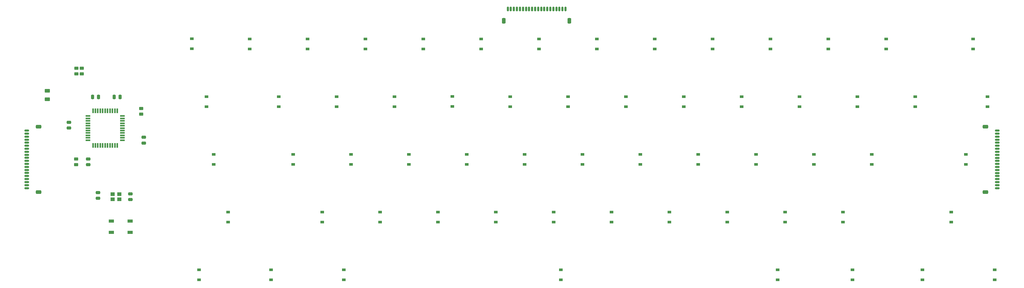
<source format=gtp>
G04 #@! TF.GenerationSoftware,KiCad,Pcbnew,(6.0.9)*
G04 #@! TF.CreationDate,2022-12-29T20:39:02-06:00*
G04 #@! TF.ProjectId,BasePCB,42617365-5043-4422-9e6b-696361645f70,rev?*
G04 #@! TF.SameCoordinates,Original*
G04 #@! TF.FileFunction,Paste,Top*
G04 #@! TF.FilePolarity,Positive*
%FSLAX46Y46*%
G04 Gerber Fmt 4.6, Leading zero omitted, Abs format (unit mm)*
G04 Created by KiCad (PCBNEW (6.0.9)) date 2022-12-29 20:39:02*
%MOMM*%
%LPD*%
G01*
G04 APERTURE LIST*
G04 Aperture macros list*
%AMRoundRect*
0 Rectangle with rounded corners*
0 $1 Rounding radius*
0 $2 $3 $4 $5 $6 $7 $8 $9 X,Y pos of 4 corners*
0 Add a 4 corners polygon primitive as box body*
4,1,4,$2,$3,$4,$5,$6,$7,$8,$9,$2,$3,0*
0 Add four circle primitives for the rounded corners*
1,1,$1+$1,$2,$3*
1,1,$1+$1,$4,$5*
1,1,$1+$1,$6,$7*
1,1,$1+$1,$8,$9*
0 Add four rect primitives between the rounded corners*
20,1,$1+$1,$2,$3,$4,$5,0*
20,1,$1+$1,$4,$5,$6,$7,0*
20,1,$1+$1,$6,$7,$8,$9,0*
20,1,$1+$1,$8,$9,$2,$3,0*%
G04 Aperture macros list end*
%ADD10RoundRect,0.250000X-0.450000X0.262500X-0.450000X-0.262500X0.450000X-0.262500X0.450000X0.262500X0*%
%ADD11RoundRect,0.250000X0.250000X0.475000X-0.250000X0.475000X-0.250000X-0.475000X0.250000X-0.475000X0*%
%ADD12R,1.200000X0.900000*%
%ADD13RoundRect,0.250000X0.450000X-0.262500X0.450000X0.262500X-0.450000X0.262500X-0.450000X-0.262500X0*%
%ADD14R,1.800000X1.100000*%
%ADD15R,1.500000X0.550000*%
%ADD16R,0.550000X1.500000*%
%ADD17RoundRect,0.250000X0.475000X-0.250000X0.475000X0.250000X-0.475000X0.250000X-0.475000X-0.250000X0*%
%ADD18R,1.400000X1.200000*%
%ADD19RoundRect,0.150000X-0.150000X-0.625000X0.150000X-0.625000X0.150000X0.625000X-0.150000X0.625000X0*%
%ADD20RoundRect,0.250000X-0.350000X-0.650000X0.350000X-0.650000X0.350000X0.650000X-0.350000X0.650000X0*%
%ADD21RoundRect,0.250000X0.625000X-0.375000X0.625000X0.375000X-0.625000X0.375000X-0.625000X-0.375000X0*%
%ADD22RoundRect,0.250000X-0.250000X-0.475000X0.250000X-0.475000X0.250000X0.475000X-0.250000X0.475000X0*%
%ADD23RoundRect,0.150000X0.625000X-0.150000X0.625000X0.150000X-0.625000X0.150000X-0.625000X-0.150000X0*%
%ADD24RoundRect,0.250000X0.650000X-0.350000X0.650000X0.350000X-0.650000X0.350000X-0.650000X-0.350000X0*%
%ADD25RoundRect,0.150000X-0.625000X0.150000X-0.625000X-0.150000X0.625000X-0.150000X0.625000X0.150000X0*%
%ADD26RoundRect,0.250000X-0.650000X0.350000X-0.650000X-0.350000X0.650000X-0.350000X0.650000X0.350000X0*%
%ADD27RoundRect,0.250000X-0.475000X0.250000X-0.475000X-0.250000X0.475000X-0.250000X0.475000X0.250000X0*%
G04 APERTURE END LIST*
D10*
X-128524000Y120546500D03*
X-128524000Y118721500D03*
D11*
X-114143750Y111125000D03*
X-116043750Y111125000D03*
D12*
X-19050000Y88837500D03*
X-19050000Y92137500D03*
D13*
X-107156250Y105450000D03*
X-107156250Y107275000D03*
D12*
X128587500Y107887500D03*
X128587500Y111187500D03*
X-52387500Y126937500D03*
X-52387500Y130237500D03*
D14*
X-110819000Y66412500D03*
X-117019000Y70112500D03*
X-110819000Y70112500D03*
X-117019000Y66412500D03*
D12*
X0Y88837500D03*
X0Y92137500D03*
X-90487500Y127000000D03*
X-90487500Y130300000D03*
D15*
X-124762500Y104806250D03*
X-124762500Y104006250D03*
X-124762500Y103206250D03*
X-124762500Y102406250D03*
X-124762500Y101606250D03*
X-124762500Y100806250D03*
X-124762500Y100006250D03*
X-124762500Y99206250D03*
X-124762500Y98406250D03*
X-124762500Y97606250D03*
X-124762500Y96806250D03*
D16*
X-123062500Y95106250D03*
X-122262500Y95106250D03*
X-121462500Y95106250D03*
X-120662500Y95106250D03*
X-119862500Y95106250D03*
X-119062500Y95106250D03*
X-118262500Y95106250D03*
X-117462500Y95106250D03*
X-116662500Y95106250D03*
X-115862500Y95106250D03*
X-115062500Y95106250D03*
D15*
X-113362500Y96806250D03*
X-113362500Y97606250D03*
X-113362500Y98406250D03*
X-113362500Y99206250D03*
X-113362500Y100006250D03*
X-113362500Y100806250D03*
X-113362500Y101606250D03*
X-113362500Y102406250D03*
X-113362500Y103206250D03*
X-113362500Y104006250D03*
X-113362500Y104806250D03*
D16*
X-115062500Y106506250D03*
X-115862500Y106506250D03*
X-116662500Y106506250D03*
X-117462500Y106506250D03*
X-118262500Y106506250D03*
X-119062500Y106506250D03*
X-119862500Y106506250D03*
X-120662500Y106506250D03*
X-121462500Y106506250D03*
X-122262500Y106506250D03*
X-123062500Y106506250D03*
D12*
X-78581250Y69787500D03*
X-78581250Y73087500D03*
X38100000Y88837500D03*
X38100000Y92137500D03*
X47625000Y69787500D03*
X47625000Y73087500D03*
X114300000Y88837500D03*
X114300000Y92137500D03*
X173831250Y50737500D03*
X173831250Y54037500D03*
D17*
X-110744000Y77216000D03*
X-110744000Y79116000D03*
D12*
X-61912500Y107887500D03*
X-61912500Y111187500D03*
X4762500Y126937500D03*
X4762500Y130237500D03*
X30956250Y50737500D03*
X30956250Y54037500D03*
X-9525000Y69787500D03*
X-9525000Y73087500D03*
D17*
X-124618750Y88743750D03*
X-124618750Y90643750D03*
D12*
X100012500Y126937500D03*
X100012500Y130237500D03*
X-33337500Y126937500D03*
X-33337500Y130237500D03*
X-64452500Y50737500D03*
X-64452500Y54037500D03*
X-23812500Y107887500D03*
X-23812500Y111187500D03*
X127000000Y50737500D03*
X127000000Y54037500D03*
X23812500Y126937500D03*
X23812500Y130237500D03*
D18*
X-116567500Y77297500D03*
X-114367500Y77297500D03*
X-114367500Y78997500D03*
X-116567500Y78997500D03*
D12*
X80962500Y126937500D03*
X80962500Y130237500D03*
X138112500Y126937500D03*
X138112500Y130237500D03*
X-71437500Y126937500D03*
X-71437500Y130237500D03*
X-38100000Y88837500D03*
X-38100000Y92137500D03*
X14287500Y107887500D03*
X14287500Y111187500D03*
D19*
X13511000Y140112500D03*
X14511000Y140112500D03*
X15511000Y140112500D03*
X16511000Y140112500D03*
X17511000Y140112500D03*
X18511000Y140112500D03*
X19511000Y140112500D03*
X20511000Y140112500D03*
X21511000Y140112500D03*
X22511000Y140112500D03*
X23511000Y140112500D03*
X24511000Y140112500D03*
X25511000Y140112500D03*
X26511000Y140112500D03*
X27511000Y140112500D03*
X28511000Y140112500D03*
X29511000Y140112500D03*
X30511000Y140112500D03*
X31511000Y140112500D03*
X32511000Y140112500D03*
D20*
X12211000Y136237500D03*
X33811000Y136237500D03*
D12*
X102393750Y50737500D03*
X102393750Y54037500D03*
X-14287500Y126937500D03*
X-14287500Y130237500D03*
X66675000Y69787500D03*
X66675000Y73087500D03*
X90487500Y107887500D03*
X90487500Y111187500D03*
X42862500Y126937500D03*
X42862500Y130237500D03*
X164306250Y88837500D03*
X164306250Y92137500D03*
D17*
X-121443750Y77631250D03*
X-121443750Y79531250D03*
D12*
X71437500Y107887500D03*
X71437500Y111187500D03*
X150018750Y50737500D03*
X150018750Y54037500D03*
X159543750Y69787500D03*
X159543750Y73087500D03*
X52387500Y107887500D03*
X52387500Y111187500D03*
D21*
X-138112500Y110331250D03*
X-138112500Y113131250D03*
D12*
X76200000Y88837500D03*
X76200000Y92137500D03*
X-88106250Y50737500D03*
X-88106250Y54037500D03*
X-47625000Y69787500D03*
X-47625000Y73087500D03*
X28575000Y69787500D03*
X28575000Y73087500D03*
X61912500Y126937500D03*
X61912500Y130237500D03*
X57150000Y88837500D03*
X57150000Y92137500D03*
X109537500Y107887500D03*
X109537500Y111187500D03*
X-85725000Y107887500D03*
X-85725000Y111187500D03*
D22*
X-123187500Y111125000D03*
X-121287500Y111125000D03*
D23*
X-144875000Y80995250D03*
X-144875000Y81995250D03*
X-144875000Y82995250D03*
X-144875000Y83995250D03*
X-144875000Y84995250D03*
X-144875000Y85995250D03*
X-144875000Y86995250D03*
X-144875000Y87995250D03*
X-144875000Y88995250D03*
X-144875000Y89995250D03*
X-144875000Y90995250D03*
X-144875000Y91995250D03*
X-144875000Y92995250D03*
X-144875000Y93995250D03*
X-144875000Y94995250D03*
X-144875000Y95995250D03*
X-144875000Y96995250D03*
X-144875000Y97995250D03*
X-144875000Y98995250D03*
X-144875000Y99995250D03*
D24*
X-141000000Y79695250D03*
X-141000000Y101295250D03*
D12*
X-40481250Y50737500D03*
X-40481250Y54037500D03*
X85725000Y69787500D03*
X85725000Y73087500D03*
X147637500Y107887500D03*
X147637500Y111187500D03*
D25*
X174656250Y99987500D03*
X174656250Y98987500D03*
X174656250Y97987500D03*
X174656250Y96987500D03*
X174656250Y95987500D03*
X174656250Y94987500D03*
X174656250Y93987500D03*
X174656250Y92987500D03*
X174656250Y91987500D03*
X174656250Y90987500D03*
X174656250Y89987500D03*
X174656250Y88987500D03*
X174656250Y87987500D03*
X174656250Y86987500D03*
X174656250Y85987500D03*
X174656250Y84987500D03*
X174656250Y83987500D03*
X174656250Y82987500D03*
X174656250Y81987500D03*
X174656250Y80987500D03*
D26*
X170781250Y79687500D03*
X170781250Y101287500D03*
D12*
X-83343750Y88837500D03*
X-83343750Y92137500D03*
X166687500Y126937500D03*
X166687500Y130237500D03*
X9525000Y69787500D03*
X9525000Y73087500D03*
X-57150000Y88837500D03*
X-57150000Y92137500D03*
D17*
X-130975000Y100825000D03*
X-130975000Y102725000D03*
D12*
X33337500Y107887500D03*
X33337500Y111187500D03*
X119062500Y126937500D03*
X119062500Y130237500D03*
X104775000Y69787500D03*
X104775000Y73087500D03*
X-42862500Y107887500D03*
X-42862500Y111187500D03*
X171450000Y107887500D03*
X171450000Y111187500D03*
D13*
X-128587500Y88781250D03*
X-128587500Y90606250D03*
D10*
X-126746000Y120546500D03*
X-126746000Y118721500D03*
D12*
X133350000Y88837500D03*
X133350000Y92137500D03*
X-28575000Y69787500D03*
X-28575000Y73087500D03*
D27*
X-106362500Y97787500D03*
X-106362500Y95887500D03*
D12*
X19050000Y88837500D03*
X19050000Y92137500D03*
X123825000Y69787500D03*
X123825000Y73087500D03*
X-4762500Y107950000D03*
X-4762500Y111250000D03*
X95250000Y88837500D03*
X95250000Y92137500D03*
M02*

</source>
